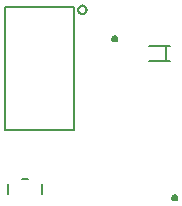
<source format=gbo>
G75*
%MOIN*%
%OFA0B0*%
%FSLAX25Y25*%
%IPPOS*%
%LPD*%
%AMOC8*
5,1,8,0,0,1.08239X$1,22.5*
%
%ADD10C,0.00800*%
%ADD11C,0.00500*%
%ADD12C,0.00600*%
D10*
X0095879Y0019809D02*
X0095879Y0023191D01*
X0100422Y0024691D02*
X0102535Y0024691D01*
X0107079Y0023191D02*
X0107079Y0019809D01*
X0142935Y0063941D02*
X0148447Y0063941D01*
X0148447Y0069059D01*
X0142935Y0069059D01*
X0148447Y0069059D02*
X0150022Y0069059D01*
X0150022Y0063941D02*
X0148447Y0063941D01*
D11*
X0130619Y0071500D02*
X0130621Y0071558D01*
X0130627Y0071616D01*
X0130637Y0071673D01*
X0130650Y0071730D01*
X0130668Y0071785D01*
X0130689Y0071839D01*
X0130713Y0071892D01*
X0130742Y0071943D01*
X0130773Y0071991D01*
X0130808Y0072038D01*
X0130846Y0072082D01*
X0130886Y0072123D01*
X0130930Y0072162D01*
X0130976Y0072197D01*
X0131024Y0072230D01*
X0131074Y0072259D01*
X0131127Y0072284D01*
X0131180Y0072306D01*
X0131235Y0072325D01*
X0131292Y0072339D01*
X0131349Y0072350D01*
X0131406Y0072357D01*
X0131464Y0072360D01*
X0131523Y0072359D01*
X0131580Y0072354D01*
X0131638Y0072345D01*
X0131695Y0072333D01*
X0131750Y0072316D01*
X0131805Y0072296D01*
X0131858Y0072272D01*
X0131909Y0072245D01*
X0131958Y0072214D01*
X0132005Y0072180D01*
X0132050Y0072143D01*
X0132092Y0072103D01*
X0132132Y0072060D01*
X0132168Y0072015D01*
X0132201Y0071967D01*
X0132231Y0071917D01*
X0132257Y0071866D01*
X0132280Y0071812D01*
X0132300Y0071757D01*
X0132315Y0071701D01*
X0132327Y0071645D01*
X0132335Y0071587D01*
X0132339Y0071529D01*
X0132339Y0071471D01*
X0132335Y0071413D01*
X0132327Y0071355D01*
X0132315Y0071299D01*
X0132300Y0071243D01*
X0132280Y0071188D01*
X0132257Y0071134D01*
X0132231Y0071083D01*
X0132201Y0071033D01*
X0132168Y0070985D01*
X0132132Y0070940D01*
X0132092Y0070897D01*
X0132050Y0070857D01*
X0132005Y0070820D01*
X0131958Y0070786D01*
X0131909Y0070755D01*
X0131858Y0070728D01*
X0131805Y0070704D01*
X0131750Y0070684D01*
X0131695Y0070667D01*
X0131638Y0070655D01*
X0131580Y0070646D01*
X0131523Y0070641D01*
X0131464Y0070640D01*
X0131406Y0070643D01*
X0131349Y0070650D01*
X0131292Y0070661D01*
X0131235Y0070675D01*
X0131180Y0070694D01*
X0131127Y0070716D01*
X0131074Y0070741D01*
X0131024Y0070770D01*
X0130976Y0070803D01*
X0130930Y0070838D01*
X0130886Y0070877D01*
X0130846Y0070918D01*
X0130808Y0070962D01*
X0130773Y0071009D01*
X0130742Y0071057D01*
X0130713Y0071108D01*
X0130689Y0071161D01*
X0130668Y0071215D01*
X0130650Y0071270D01*
X0130637Y0071327D01*
X0130627Y0071384D01*
X0130621Y0071442D01*
X0130619Y0071500D01*
X0131379Y0071500D02*
X0131381Y0071520D01*
X0131387Y0071538D01*
X0131396Y0071556D01*
X0131408Y0071571D01*
X0131423Y0071583D01*
X0131441Y0071592D01*
X0131459Y0071598D01*
X0131479Y0071600D01*
X0131499Y0071598D01*
X0131517Y0071592D01*
X0131535Y0071583D01*
X0131550Y0071571D01*
X0131562Y0071556D01*
X0131571Y0071538D01*
X0131577Y0071520D01*
X0131579Y0071500D01*
X0131577Y0071480D01*
X0131571Y0071462D01*
X0131562Y0071444D01*
X0131550Y0071429D01*
X0131535Y0071417D01*
X0131517Y0071408D01*
X0131499Y0071402D01*
X0131479Y0071400D01*
X0131459Y0071402D01*
X0131441Y0071408D01*
X0131423Y0071417D01*
X0131408Y0071429D01*
X0131396Y0071444D01*
X0131387Y0071462D01*
X0131381Y0071480D01*
X0131379Y0071500D01*
X0130979Y0071500D02*
X0130981Y0071544D01*
X0130987Y0071588D01*
X0130997Y0071631D01*
X0131010Y0071673D01*
X0131027Y0071714D01*
X0131048Y0071753D01*
X0131072Y0071790D01*
X0131099Y0071825D01*
X0131129Y0071857D01*
X0131162Y0071887D01*
X0131198Y0071913D01*
X0131235Y0071937D01*
X0131275Y0071956D01*
X0131316Y0071973D01*
X0131359Y0071985D01*
X0131402Y0071994D01*
X0131446Y0071999D01*
X0131490Y0072000D01*
X0131534Y0071997D01*
X0131578Y0071990D01*
X0131621Y0071979D01*
X0131663Y0071965D01*
X0131703Y0071947D01*
X0131742Y0071925D01*
X0131778Y0071901D01*
X0131812Y0071873D01*
X0131844Y0071842D01*
X0131873Y0071808D01*
X0131899Y0071772D01*
X0131921Y0071734D01*
X0131940Y0071694D01*
X0131955Y0071652D01*
X0131967Y0071610D01*
X0131975Y0071566D01*
X0131979Y0071522D01*
X0131979Y0071478D01*
X0131975Y0071434D01*
X0131967Y0071390D01*
X0131955Y0071348D01*
X0131940Y0071306D01*
X0131921Y0071266D01*
X0131899Y0071228D01*
X0131873Y0071192D01*
X0131844Y0071158D01*
X0131812Y0071127D01*
X0131778Y0071099D01*
X0131742Y0071075D01*
X0131703Y0071053D01*
X0131663Y0071035D01*
X0131621Y0071021D01*
X0131578Y0071010D01*
X0131534Y0071003D01*
X0131490Y0071000D01*
X0131446Y0071001D01*
X0131402Y0071006D01*
X0131359Y0071015D01*
X0131316Y0071027D01*
X0131275Y0071044D01*
X0131235Y0071063D01*
X0131198Y0071087D01*
X0131162Y0071113D01*
X0131129Y0071143D01*
X0131099Y0071175D01*
X0131072Y0071210D01*
X0131048Y0071247D01*
X0131027Y0071286D01*
X0131010Y0071327D01*
X0130997Y0071369D01*
X0130987Y0071412D01*
X0130981Y0071456D01*
X0130979Y0071500D01*
X0150619Y0018500D02*
X0150621Y0018558D01*
X0150627Y0018616D01*
X0150637Y0018673D01*
X0150650Y0018730D01*
X0150668Y0018785D01*
X0150689Y0018839D01*
X0150713Y0018892D01*
X0150742Y0018943D01*
X0150773Y0018991D01*
X0150808Y0019038D01*
X0150846Y0019082D01*
X0150886Y0019123D01*
X0150930Y0019162D01*
X0150976Y0019197D01*
X0151024Y0019230D01*
X0151074Y0019259D01*
X0151127Y0019284D01*
X0151180Y0019306D01*
X0151235Y0019325D01*
X0151292Y0019339D01*
X0151349Y0019350D01*
X0151406Y0019357D01*
X0151464Y0019360D01*
X0151523Y0019359D01*
X0151580Y0019354D01*
X0151638Y0019345D01*
X0151695Y0019333D01*
X0151750Y0019316D01*
X0151805Y0019296D01*
X0151858Y0019272D01*
X0151909Y0019245D01*
X0151958Y0019214D01*
X0152005Y0019180D01*
X0152050Y0019143D01*
X0152092Y0019103D01*
X0152132Y0019060D01*
X0152168Y0019015D01*
X0152201Y0018967D01*
X0152231Y0018917D01*
X0152257Y0018866D01*
X0152280Y0018812D01*
X0152300Y0018757D01*
X0152315Y0018701D01*
X0152327Y0018645D01*
X0152335Y0018587D01*
X0152339Y0018529D01*
X0152339Y0018471D01*
X0152335Y0018413D01*
X0152327Y0018355D01*
X0152315Y0018299D01*
X0152300Y0018243D01*
X0152280Y0018188D01*
X0152257Y0018134D01*
X0152231Y0018083D01*
X0152201Y0018033D01*
X0152168Y0017985D01*
X0152132Y0017940D01*
X0152092Y0017897D01*
X0152050Y0017857D01*
X0152005Y0017820D01*
X0151958Y0017786D01*
X0151909Y0017755D01*
X0151858Y0017728D01*
X0151805Y0017704D01*
X0151750Y0017684D01*
X0151695Y0017667D01*
X0151638Y0017655D01*
X0151580Y0017646D01*
X0151523Y0017641D01*
X0151464Y0017640D01*
X0151406Y0017643D01*
X0151349Y0017650D01*
X0151292Y0017661D01*
X0151235Y0017675D01*
X0151180Y0017694D01*
X0151127Y0017716D01*
X0151074Y0017741D01*
X0151024Y0017770D01*
X0150976Y0017803D01*
X0150930Y0017838D01*
X0150886Y0017877D01*
X0150846Y0017918D01*
X0150808Y0017962D01*
X0150773Y0018009D01*
X0150742Y0018057D01*
X0150713Y0018108D01*
X0150689Y0018161D01*
X0150668Y0018215D01*
X0150650Y0018270D01*
X0150637Y0018327D01*
X0150627Y0018384D01*
X0150621Y0018442D01*
X0150619Y0018500D01*
X0151379Y0018500D02*
X0151381Y0018520D01*
X0151387Y0018538D01*
X0151396Y0018556D01*
X0151408Y0018571D01*
X0151423Y0018583D01*
X0151441Y0018592D01*
X0151459Y0018598D01*
X0151479Y0018600D01*
X0151499Y0018598D01*
X0151517Y0018592D01*
X0151535Y0018583D01*
X0151550Y0018571D01*
X0151562Y0018556D01*
X0151571Y0018538D01*
X0151577Y0018520D01*
X0151579Y0018500D01*
X0151577Y0018480D01*
X0151571Y0018462D01*
X0151562Y0018444D01*
X0151550Y0018429D01*
X0151535Y0018417D01*
X0151517Y0018408D01*
X0151499Y0018402D01*
X0151479Y0018400D01*
X0151459Y0018402D01*
X0151441Y0018408D01*
X0151423Y0018417D01*
X0151408Y0018429D01*
X0151396Y0018444D01*
X0151387Y0018462D01*
X0151381Y0018480D01*
X0151379Y0018500D01*
X0150979Y0018500D02*
X0150981Y0018544D01*
X0150987Y0018588D01*
X0150997Y0018631D01*
X0151010Y0018673D01*
X0151027Y0018714D01*
X0151048Y0018753D01*
X0151072Y0018790D01*
X0151099Y0018825D01*
X0151129Y0018857D01*
X0151162Y0018887D01*
X0151198Y0018913D01*
X0151235Y0018937D01*
X0151275Y0018956D01*
X0151316Y0018973D01*
X0151359Y0018985D01*
X0151402Y0018994D01*
X0151446Y0018999D01*
X0151490Y0019000D01*
X0151534Y0018997D01*
X0151578Y0018990D01*
X0151621Y0018979D01*
X0151663Y0018965D01*
X0151703Y0018947D01*
X0151742Y0018925D01*
X0151778Y0018901D01*
X0151812Y0018873D01*
X0151844Y0018842D01*
X0151873Y0018808D01*
X0151899Y0018772D01*
X0151921Y0018734D01*
X0151940Y0018694D01*
X0151955Y0018652D01*
X0151967Y0018610D01*
X0151975Y0018566D01*
X0151979Y0018522D01*
X0151979Y0018478D01*
X0151975Y0018434D01*
X0151967Y0018390D01*
X0151955Y0018348D01*
X0151940Y0018306D01*
X0151921Y0018266D01*
X0151899Y0018228D01*
X0151873Y0018192D01*
X0151844Y0018158D01*
X0151812Y0018127D01*
X0151778Y0018099D01*
X0151742Y0018075D01*
X0151703Y0018053D01*
X0151663Y0018035D01*
X0151621Y0018021D01*
X0151578Y0018010D01*
X0151534Y0018003D01*
X0151490Y0018000D01*
X0151446Y0018001D01*
X0151402Y0018006D01*
X0151359Y0018015D01*
X0151316Y0018027D01*
X0151275Y0018044D01*
X0151235Y0018063D01*
X0151198Y0018087D01*
X0151162Y0018113D01*
X0151129Y0018143D01*
X0151099Y0018175D01*
X0151072Y0018210D01*
X0151048Y0018247D01*
X0151027Y0018286D01*
X0151010Y0018327D01*
X0150997Y0018369D01*
X0150987Y0018412D01*
X0150981Y0018456D01*
X0150979Y0018500D01*
D12*
X0117994Y0041028D02*
X0117994Y0081972D01*
X0094963Y0081972D01*
X0094963Y0041028D01*
X0117994Y0041028D01*
X0119238Y0081185D02*
X0119240Y0081260D01*
X0119246Y0081334D01*
X0119256Y0081408D01*
X0119269Y0081481D01*
X0119287Y0081554D01*
X0119308Y0081625D01*
X0119333Y0081696D01*
X0119362Y0081765D01*
X0119395Y0081832D01*
X0119431Y0081897D01*
X0119470Y0081961D01*
X0119512Y0082022D01*
X0119558Y0082081D01*
X0119607Y0082138D01*
X0119659Y0082191D01*
X0119713Y0082242D01*
X0119770Y0082291D01*
X0119830Y0082335D01*
X0119892Y0082377D01*
X0119956Y0082416D01*
X0120022Y0082451D01*
X0120089Y0082482D01*
X0120159Y0082510D01*
X0120229Y0082534D01*
X0120301Y0082555D01*
X0120374Y0082571D01*
X0120447Y0082584D01*
X0120522Y0082593D01*
X0120596Y0082598D01*
X0120671Y0082599D01*
X0120745Y0082596D01*
X0120820Y0082589D01*
X0120893Y0082578D01*
X0120967Y0082564D01*
X0121039Y0082545D01*
X0121110Y0082523D01*
X0121180Y0082497D01*
X0121249Y0082467D01*
X0121315Y0082434D01*
X0121380Y0082397D01*
X0121443Y0082357D01*
X0121504Y0082313D01*
X0121562Y0082267D01*
X0121618Y0082217D01*
X0121671Y0082165D01*
X0121722Y0082110D01*
X0121769Y0082052D01*
X0121813Y0081992D01*
X0121854Y0081929D01*
X0121892Y0081865D01*
X0121926Y0081799D01*
X0121957Y0081730D01*
X0121984Y0081661D01*
X0122007Y0081590D01*
X0122026Y0081518D01*
X0122042Y0081445D01*
X0122054Y0081371D01*
X0122062Y0081297D01*
X0122066Y0081222D01*
X0122066Y0081148D01*
X0122062Y0081073D01*
X0122054Y0080999D01*
X0122042Y0080925D01*
X0122026Y0080852D01*
X0122007Y0080780D01*
X0121984Y0080709D01*
X0121957Y0080640D01*
X0121926Y0080571D01*
X0121892Y0080505D01*
X0121854Y0080441D01*
X0121813Y0080378D01*
X0121769Y0080318D01*
X0121722Y0080260D01*
X0121671Y0080205D01*
X0121618Y0080153D01*
X0121562Y0080103D01*
X0121504Y0080057D01*
X0121443Y0080013D01*
X0121380Y0079973D01*
X0121315Y0079936D01*
X0121249Y0079903D01*
X0121180Y0079873D01*
X0121110Y0079847D01*
X0121039Y0079825D01*
X0120967Y0079806D01*
X0120893Y0079792D01*
X0120820Y0079781D01*
X0120745Y0079774D01*
X0120671Y0079771D01*
X0120596Y0079772D01*
X0120522Y0079777D01*
X0120447Y0079786D01*
X0120374Y0079799D01*
X0120301Y0079815D01*
X0120229Y0079836D01*
X0120159Y0079860D01*
X0120089Y0079888D01*
X0120022Y0079919D01*
X0119956Y0079954D01*
X0119892Y0079993D01*
X0119830Y0080035D01*
X0119770Y0080079D01*
X0119713Y0080128D01*
X0119659Y0080179D01*
X0119607Y0080232D01*
X0119558Y0080289D01*
X0119512Y0080348D01*
X0119470Y0080409D01*
X0119431Y0080473D01*
X0119395Y0080538D01*
X0119362Y0080605D01*
X0119333Y0080674D01*
X0119308Y0080745D01*
X0119287Y0080816D01*
X0119269Y0080889D01*
X0119256Y0080962D01*
X0119246Y0081036D01*
X0119240Y0081110D01*
X0119238Y0081185D01*
M02*

</source>
